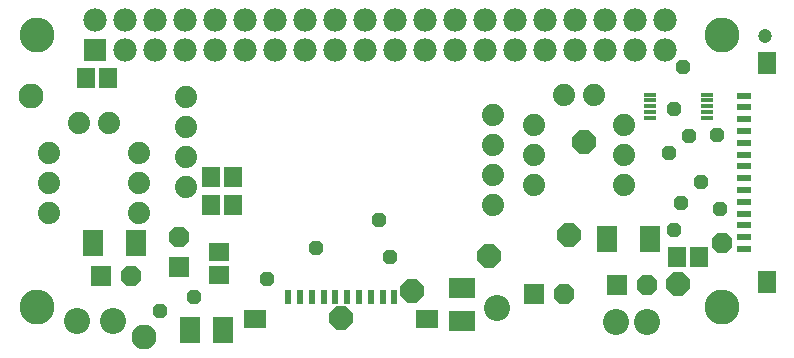
<source format=gbr>
G04 EAGLE Gerber RS-274X export*
G75*
%MOMM*%
%FSLAX34Y34*%
%LPD*%
%INSoldermask Top*%
%IPPOS*%
%AMOC8*
5,1,8,0,0,1.08239X$1,22.5*%
G01*
%ADD10C,2.203200*%
%ADD11R,1.727200X1.727200*%
%ADD12P,1.869504X8X112.500000*%
%ADD13R,1.503200X1.703200*%
%ADD14R,1.703200X1.503200*%
%ADD15R,1.703200X2.303200*%
%ADD16P,1.869504X8X22.500000*%
%ADD17C,2.103200*%
%ADD18R,1.853200X1.503200*%
%ADD19R,0.503200X1.203200*%
%ADD20R,1.503200X1.853200*%
%ADD21R,1.203200X0.503200*%
%ADD22R,2.203200X1.803200*%
%ADD23R,1.803200X2.203200*%
%ADD24R,1.981200X1.981200*%
%ADD25C,1.981200*%
%ADD26C,2.953200*%
%ADD27C,1.879600*%
%ADD28R,1.100000X0.400000*%
%ADD29P,2.144431X8X22.500000*%
%ADD30P,1.302332X8X22.500000*%
%ADD31P,1.843527X8X22.500000*%
%ADD32C,1.203200*%


D10*
X1071626Y301244D03*
X1097534Y301498D03*
X615188Y302006D03*
X645160Y302006D03*
D11*
X635254Y340614D03*
D12*
X660654Y340614D03*
D11*
X1071880Y332486D03*
D12*
X1097280Y332486D03*
D13*
X728116Y400304D03*
X747116Y400304D03*
X622198Y507746D03*
X641198Y507746D03*
D14*
X735584Y341528D03*
X735584Y360528D03*
D13*
X1122578Y356362D03*
X1141578Y356362D03*
X728116Y424688D03*
X747116Y424688D03*
D15*
X664684Y368300D03*
X628684Y368300D03*
X1099786Y371602D03*
X1063786Y371602D03*
D11*
X701548Y348488D03*
D16*
X701548Y373888D03*
D11*
X1002030Y324866D03*
D12*
X1027430Y324866D03*
D17*
X576326Y492506D03*
D18*
X765958Y304038D03*
X911458Y304038D03*
D19*
X793708Y323038D03*
X803708Y323038D03*
X813708Y323038D03*
X823708Y323038D03*
X833708Y323038D03*
X843708Y323038D03*
X853708Y323038D03*
X863708Y323038D03*
X873708Y323038D03*
X883708Y323038D03*
D20*
X1198880Y335494D03*
X1198880Y520994D03*
D21*
X1179880Y363244D03*
X1179880Y373244D03*
X1179880Y383244D03*
X1179880Y393244D03*
X1179880Y403244D03*
X1179880Y413244D03*
X1179880Y423244D03*
X1179880Y433244D03*
X1179880Y443244D03*
X1179880Y453244D03*
X1179880Y463244D03*
X1179880Y473244D03*
X1179880Y483244D03*
X1179880Y493244D03*
D22*
X941070Y301976D03*
X941070Y329976D03*
D23*
X710662Y295148D03*
X738662Y295148D03*
D24*
X629800Y531700D03*
D25*
X629800Y557100D03*
X655200Y531700D03*
X655200Y557100D03*
X680600Y531700D03*
X680600Y557100D03*
X706000Y531700D03*
X706000Y557100D03*
X731400Y531700D03*
X731400Y557100D03*
X756800Y531700D03*
X756800Y557100D03*
X782200Y531700D03*
X782200Y557100D03*
X807600Y531700D03*
X807600Y557100D03*
X833000Y531700D03*
X833000Y557100D03*
X858400Y531700D03*
X858400Y557100D03*
X883800Y531700D03*
X883800Y557100D03*
X909200Y531700D03*
X909200Y557100D03*
X934600Y531700D03*
X934600Y557100D03*
X960000Y531700D03*
X960000Y557100D03*
X985400Y531700D03*
X985400Y557100D03*
X1010800Y531700D03*
X1010800Y557100D03*
X1036200Y531700D03*
X1036200Y557100D03*
X1061600Y531700D03*
X1061600Y557100D03*
X1087000Y531700D03*
X1087000Y557100D03*
X1112400Y531700D03*
X1112400Y557100D03*
D26*
X581100Y314400D03*
X581100Y544400D03*
X1161100Y314400D03*
X1161100Y544400D03*
D27*
X707390Y492252D03*
X707390Y466852D03*
X707390Y441452D03*
X707390Y416052D03*
X966978Y476504D03*
X966978Y451104D03*
X966978Y425704D03*
X966978Y400304D03*
D17*
X671322Y288798D03*
D10*
X970280Y313182D03*
D28*
X1148204Y474124D03*
X1148204Y479124D03*
X1148204Y484124D03*
X1148204Y489124D03*
X1148204Y494124D03*
X1100204Y494124D03*
X1100204Y489124D03*
X1100204Y484124D03*
X1100204Y479124D03*
X1100204Y474124D03*
D27*
X591312Y393954D03*
X591312Y419354D03*
X591312Y444754D03*
X667512Y393954D03*
X667512Y419354D03*
X667512Y444754D03*
X616712Y470154D03*
X642112Y470154D03*
X1002030Y417576D03*
X1002030Y442976D03*
X1002030Y468376D03*
X1078230Y417576D03*
X1078230Y442976D03*
X1078230Y468376D03*
X1027430Y493776D03*
X1052830Y493776D03*
D29*
X898664Y328168D03*
X1031494Y374904D03*
D30*
X1132840Y458724D03*
D31*
X1161164Y368138D03*
D32*
X1197610Y544068D03*
D30*
X1126744Y402336D03*
X1143000Y419782D03*
D29*
X1123442Y334010D03*
X1044194Y453644D03*
D30*
X775983Y337553D03*
X880110Y356870D03*
D29*
X963930Y357632D03*
D30*
X1159256Y397510D03*
X817372Y363982D03*
X1120140Y379020D03*
X713740Y322326D03*
D29*
X838590Y305190D03*
D30*
X870966Y388112D03*
X1120140Y482092D03*
X1115822Y444754D03*
X1128014Y517398D03*
X1156970Y460248D03*
X685546Y311150D03*
M02*

</source>
